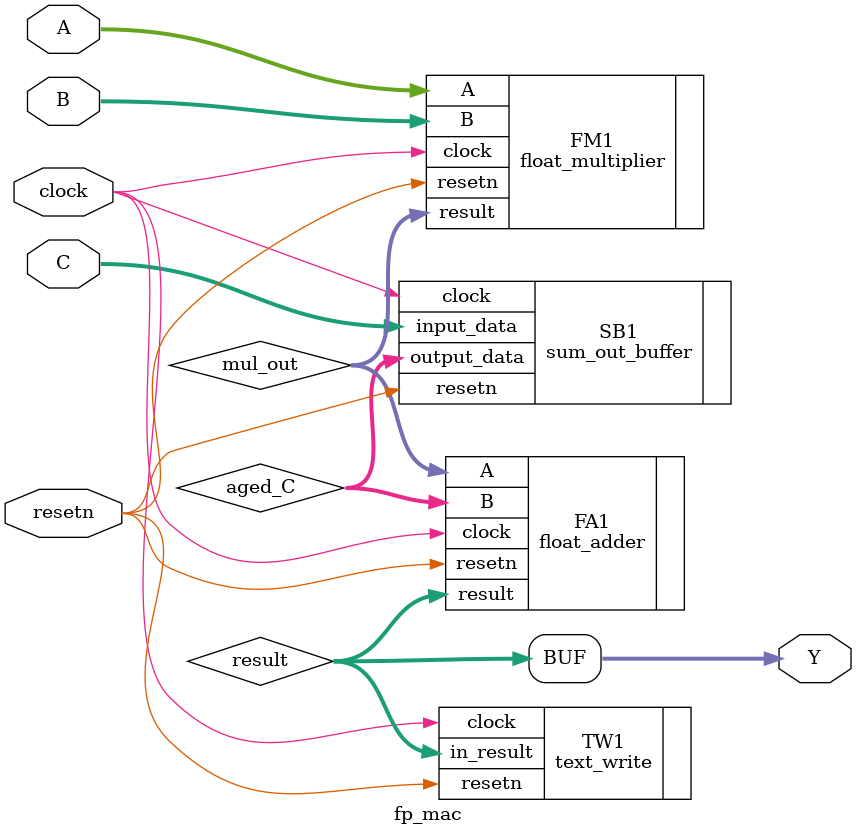
<source format=v>
`timescale 1ns / 1ps
module fp_mac(clock, resetn, A, B, C, Y);
	input clock, resetn;
	
	input [15:0] A, B;	//new data
	input [31:0] C;		//data from previous MAC
	
	output [31:0] Y;
	
	wire [31:0] mul_out;
	wire [31:0] aged_C;
	wire [31:0] result;
	
	float_multiplier FM1(.clock(clock), .resetn(resetn), .A(A), .B(B), .result(mul_out));
	
	sum_out_buffer SB1(.clock(clock), .resetn(resetn), .input_data(C), .output_data(aged_C));
	
	float_adder FA1(.clock(clock), .resetn(resetn), .A(mul_out), .B(aged_C), .result(result));

	assign Y = result;

	text_write TW1(.clock(clock), .resetn(resetn), .in_result(result));

endmodule

</source>
